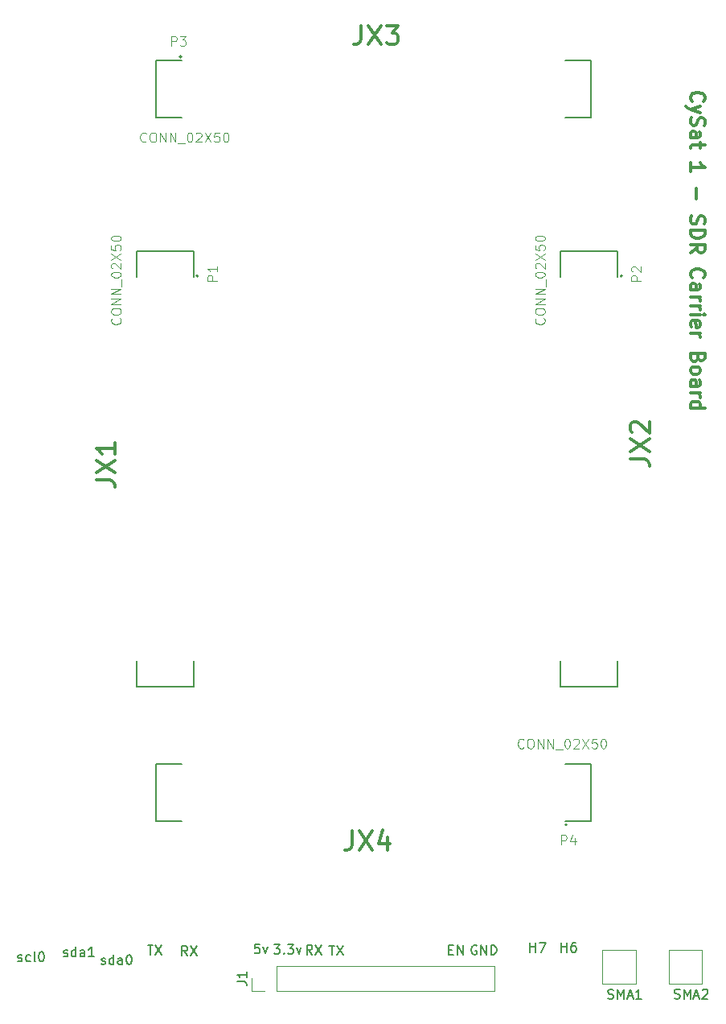
<source format=gbr>
%TF.GenerationSoftware,KiCad,Pcbnew,(5.1.4)-1*%
%TF.CreationDate,2019-12-13T12:22:18-06:00*%
%TF.ProjectId,payload_board,7061796c-6f61-4645-9f62-6f6172642e6b,rev?*%
%TF.SameCoordinates,Original*%
%TF.FileFunction,Legend,Top*%
%TF.FilePolarity,Positive*%
%FSLAX46Y46*%
G04 Gerber Fmt 4.6, Leading zero omitted, Abs format (unit mm)*
G04 Created by KiCad (PCBNEW (5.1.4)-1) date 2019-12-13 12:22:18*
%MOMM*%
%LPD*%
G04 APERTURE LIST*
%ADD10C,0.150000*%
%ADD11C,0.300000*%
%ADD12C,0.120000*%
%ADD13C,0.200000*%
%ADD14C,0.127000*%
%ADD15C,0.050000*%
G04 APERTURE END LIST*
D10*
X98628295Y-150731600D02*
X98533057Y-150683980D01*
X98390200Y-150683980D01*
X98247342Y-150731600D01*
X98152104Y-150826838D01*
X98104485Y-150922076D01*
X98056866Y-151112552D01*
X98056866Y-151255409D01*
X98104485Y-151445885D01*
X98152104Y-151541123D01*
X98247342Y-151636361D01*
X98390200Y-151683980D01*
X98485438Y-151683980D01*
X98628295Y-151636361D01*
X98675914Y-151588742D01*
X98675914Y-151255409D01*
X98485438Y-151255409D01*
X99104485Y-151683980D02*
X99104485Y-150683980D01*
X99675914Y-151683980D01*
X99675914Y-150683980D01*
X100152104Y-151683980D02*
X100152104Y-150683980D01*
X100390200Y-150683980D01*
X100533057Y-150731600D01*
X100628295Y-150826838D01*
X100675914Y-150922076D01*
X100723533Y-151112552D01*
X100723533Y-151255409D01*
X100675914Y-151445885D01*
X100628295Y-151541123D01*
X100533057Y-151636361D01*
X100390200Y-151683980D01*
X100152104Y-151683980D01*
X95705704Y-151160171D02*
X96039038Y-151160171D01*
X96181895Y-151683980D02*
X95705704Y-151683980D01*
X95705704Y-150683980D01*
X96181895Y-150683980D01*
X96610466Y-151683980D02*
X96610466Y-150683980D01*
X97181895Y-151683980D01*
X97181895Y-150683980D01*
X83083495Y-150734780D02*
X83654923Y-150734780D01*
X83369209Y-151734780D02*
X83369209Y-150734780D01*
X83893019Y-150734780D02*
X84559685Y-151734780D01*
X84559685Y-150734780D02*
X83893019Y-151734780D01*
X81316533Y-151658580D02*
X80983200Y-151182390D01*
X80745104Y-151658580D02*
X80745104Y-150658580D01*
X81126057Y-150658580D01*
X81221295Y-150706200D01*
X81268914Y-150753819D01*
X81316533Y-150849057D01*
X81316533Y-150991914D01*
X81268914Y-151087152D01*
X81221295Y-151134771D01*
X81126057Y-151182390D01*
X80745104Y-151182390D01*
X81649866Y-150658580D02*
X82316533Y-151658580D01*
X82316533Y-150658580D02*
X81649866Y-151658580D01*
X77286028Y-150607780D02*
X77905076Y-150607780D01*
X77571742Y-150988733D01*
X77714600Y-150988733D01*
X77809838Y-151036352D01*
X77857457Y-151083971D01*
X77905076Y-151179209D01*
X77905076Y-151417304D01*
X77857457Y-151512542D01*
X77809838Y-151560161D01*
X77714600Y-151607780D01*
X77428885Y-151607780D01*
X77333647Y-151560161D01*
X77286028Y-151512542D01*
X78333647Y-151512542D02*
X78381266Y-151560161D01*
X78333647Y-151607780D01*
X78286028Y-151560161D01*
X78333647Y-151512542D01*
X78333647Y-151607780D01*
X78714600Y-150607780D02*
X79333647Y-150607780D01*
X79000314Y-150988733D01*
X79143171Y-150988733D01*
X79238409Y-151036352D01*
X79286028Y-151083971D01*
X79333647Y-151179209D01*
X79333647Y-151417304D01*
X79286028Y-151512542D01*
X79238409Y-151560161D01*
X79143171Y-151607780D01*
X78857457Y-151607780D01*
X78762219Y-151560161D01*
X78714600Y-151512542D01*
X79666980Y-150941114D02*
X79905076Y-151607780D01*
X80143171Y-150941114D01*
X75777742Y-150556980D02*
X75301552Y-150556980D01*
X75253933Y-151033171D01*
X75301552Y-150985552D01*
X75396790Y-150937933D01*
X75634885Y-150937933D01*
X75730123Y-150985552D01*
X75777742Y-151033171D01*
X75825361Y-151128409D01*
X75825361Y-151366504D01*
X75777742Y-151461742D01*
X75730123Y-151509361D01*
X75634885Y-151556980D01*
X75396790Y-151556980D01*
X75301552Y-151509361D01*
X75253933Y-151461742D01*
X76158695Y-150890314D02*
X76396790Y-151556980D01*
X76634885Y-150890314D01*
D11*
X121294285Y-61925714D02*
X121222857Y-61854285D01*
X121151428Y-61640000D01*
X121151428Y-61497142D01*
X121222857Y-61282857D01*
X121365714Y-61140000D01*
X121508571Y-61068571D01*
X121794285Y-60997142D01*
X122008571Y-60997142D01*
X122294285Y-61068571D01*
X122437142Y-61140000D01*
X122580000Y-61282857D01*
X122651428Y-61497142D01*
X122651428Y-61640000D01*
X122580000Y-61854285D01*
X122508571Y-61925714D01*
X122151428Y-62425714D02*
X121151428Y-62782857D01*
X122151428Y-63140000D02*
X121151428Y-62782857D01*
X120794285Y-62640000D01*
X120722857Y-62568571D01*
X120651428Y-62425714D01*
X121222857Y-63640000D02*
X121151428Y-63854285D01*
X121151428Y-64211428D01*
X121222857Y-64354285D01*
X121294285Y-64425714D01*
X121437142Y-64497142D01*
X121580000Y-64497142D01*
X121722857Y-64425714D01*
X121794285Y-64354285D01*
X121865714Y-64211428D01*
X121937142Y-63925714D01*
X122008571Y-63782857D01*
X122080000Y-63711428D01*
X122222857Y-63640000D01*
X122365714Y-63640000D01*
X122508571Y-63711428D01*
X122580000Y-63782857D01*
X122651428Y-63925714D01*
X122651428Y-64282857D01*
X122580000Y-64497142D01*
X121151428Y-65782857D02*
X121937142Y-65782857D01*
X122080000Y-65711428D01*
X122151428Y-65568571D01*
X122151428Y-65282857D01*
X122080000Y-65140000D01*
X121222857Y-65782857D02*
X121151428Y-65640000D01*
X121151428Y-65282857D01*
X121222857Y-65140000D01*
X121365714Y-65068571D01*
X121508571Y-65068571D01*
X121651428Y-65140000D01*
X121722857Y-65282857D01*
X121722857Y-65640000D01*
X121794285Y-65782857D01*
X122151428Y-66282857D02*
X122151428Y-66854285D01*
X122651428Y-66497142D02*
X121365714Y-66497142D01*
X121222857Y-66568571D01*
X121151428Y-66711428D01*
X121151428Y-66854285D01*
X121151428Y-69282857D02*
X121151428Y-68425714D01*
X121151428Y-68854285D02*
X122651428Y-68854285D01*
X122437142Y-68711428D01*
X122294285Y-68568571D01*
X122222857Y-68425714D01*
X121722857Y-71068571D02*
X121722857Y-72211428D01*
X121222857Y-73997142D02*
X121151428Y-74211428D01*
X121151428Y-74568571D01*
X121222857Y-74711428D01*
X121294285Y-74782857D01*
X121437142Y-74854285D01*
X121580000Y-74854285D01*
X121722857Y-74782857D01*
X121794285Y-74711428D01*
X121865714Y-74568571D01*
X121937142Y-74282857D01*
X122008571Y-74140000D01*
X122080000Y-74068571D01*
X122222857Y-73997142D01*
X122365714Y-73997142D01*
X122508571Y-74068571D01*
X122580000Y-74140000D01*
X122651428Y-74282857D01*
X122651428Y-74640000D01*
X122580000Y-74854285D01*
X121151428Y-75497142D02*
X122651428Y-75497142D01*
X122651428Y-75854285D01*
X122580000Y-76068571D01*
X122437142Y-76211428D01*
X122294285Y-76282857D01*
X122008571Y-76354285D01*
X121794285Y-76354285D01*
X121508571Y-76282857D01*
X121365714Y-76211428D01*
X121222857Y-76068571D01*
X121151428Y-75854285D01*
X121151428Y-75497142D01*
X121151428Y-77854285D02*
X121865714Y-77354285D01*
X121151428Y-76997142D02*
X122651428Y-76997142D01*
X122651428Y-77568571D01*
X122580000Y-77711428D01*
X122508571Y-77782857D01*
X122365714Y-77854285D01*
X122151428Y-77854285D01*
X122008571Y-77782857D01*
X121937142Y-77711428D01*
X121865714Y-77568571D01*
X121865714Y-76997142D01*
X121294285Y-80497142D02*
X121222857Y-80425714D01*
X121151428Y-80211428D01*
X121151428Y-80068571D01*
X121222857Y-79854285D01*
X121365714Y-79711428D01*
X121508571Y-79640000D01*
X121794285Y-79568571D01*
X122008571Y-79568571D01*
X122294285Y-79640000D01*
X122437142Y-79711428D01*
X122580000Y-79854285D01*
X122651428Y-80068571D01*
X122651428Y-80211428D01*
X122580000Y-80425714D01*
X122508571Y-80497142D01*
X121151428Y-81782857D02*
X121937142Y-81782857D01*
X122080000Y-81711428D01*
X122151428Y-81568571D01*
X122151428Y-81282857D01*
X122080000Y-81140000D01*
X121222857Y-81782857D02*
X121151428Y-81640000D01*
X121151428Y-81282857D01*
X121222857Y-81140000D01*
X121365714Y-81068571D01*
X121508571Y-81068571D01*
X121651428Y-81140000D01*
X121722857Y-81282857D01*
X121722857Y-81640000D01*
X121794285Y-81782857D01*
X121151428Y-82497142D02*
X122151428Y-82497142D01*
X121865714Y-82497142D02*
X122008571Y-82568571D01*
X122080000Y-82640000D01*
X122151428Y-82782857D01*
X122151428Y-82925714D01*
X121151428Y-83425714D02*
X122151428Y-83425714D01*
X121865714Y-83425714D02*
X122008571Y-83497142D01*
X122080000Y-83568571D01*
X122151428Y-83711428D01*
X122151428Y-83854285D01*
X121151428Y-84354285D02*
X122151428Y-84354285D01*
X122651428Y-84354285D02*
X122580000Y-84282857D01*
X122508571Y-84354285D01*
X122580000Y-84425714D01*
X122651428Y-84354285D01*
X122508571Y-84354285D01*
X121222857Y-85640000D02*
X121151428Y-85497142D01*
X121151428Y-85211428D01*
X121222857Y-85068571D01*
X121365714Y-84997142D01*
X121937142Y-84997142D01*
X122080000Y-85068571D01*
X122151428Y-85211428D01*
X122151428Y-85497142D01*
X122080000Y-85640000D01*
X121937142Y-85711428D01*
X121794285Y-85711428D01*
X121651428Y-84997142D01*
X121151428Y-86354285D02*
X122151428Y-86354285D01*
X121865714Y-86354285D02*
X122008571Y-86425714D01*
X122080000Y-86497142D01*
X122151428Y-86640000D01*
X122151428Y-86782857D01*
X121937142Y-88925714D02*
X121865714Y-89140000D01*
X121794285Y-89211428D01*
X121651428Y-89282857D01*
X121437142Y-89282857D01*
X121294285Y-89211428D01*
X121222857Y-89140000D01*
X121151428Y-88997142D01*
X121151428Y-88425714D01*
X122651428Y-88425714D01*
X122651428Y-88925714D01*
X122580000Y-89068571D01*
X122508571Y-89140000D01*
X122365714Y-89211428D01*
X122222857Y-89211428D01*
X122080000Y-89140000D01*
X122008571Y-89068571D01*
X121937142Y-88925714D01*
X121937142Y-88425714D01*
X121151428Y-90140000D02*
X121222857Y-89997142D01*
X121294285Y-89925714D01*
X121437142Y-89854285D01*
X121865714Y-89854285D01*
X122008571Y-89925714D01*
X122080000Y-89997142D01*
X122151428Y-90140000D01*
X122151428Y-90354285D01*
X122080000Y-90497142D01*
X122008571Y-90568571D01*
X121865714Y-90640000D01*
X121437142Y-90640000D01*
X121294285Y-90568571D01*
X121222857Y-90497142D01*
X121151428Y-90354285D01*
X121151428Y-90140000D01*
X121151428Y-91925714D02*
X121937142Y-91925714D01*
X122080000Y-91854285D01*
X122151428Y-91711428D01*
X122151428Y-91425714D01*
X122080000Y-91282857D01*
X121222857Y-91925714D02*
X121151428Y-91782857D01*
X121151428Y-91425714D01*
X121222857Y-91282857D01*
X121365714Y-91211428D01*
X121508571Y-91211428D01*
X121651428Y-91282857D01*
X121722857Y-91425714D01*
X121722857Y-91782857D01*
X121794285Y-91925714D01*
X121151428Y-92640000D02*
X122151428Y-92640000D01*
X121865714Y-92640000D02*
X122008571Y-92711428D01*
X122080000Y-92782857D01*
X122151428Y-92925714D01*
X122151428Y-93068571D01*
X121151428Y-94211428D02*
X122651428Y-94211428D01*
X121222857Y-94211428D02*
X121151428Y-94068571D01*
X121151428Y-93782857D01*
X121222857Y-93640000D01*
X121294285Y-93568571D01*
X121437142Y-93497142D01*
X121865714Y-93497142D01*
X122008571Y-93568571D01*
X122080000Y-93640000D01*
X122151428Y-93782857D01*
X122151428Y-94068571D01*
X122080000Y-94211428D01*
X86480952Y-53954761D02*
X86480952Y-55383333D01*
X86385714Y-55669047D01*
X86195238Y-55859523D01*
X85909523Y-55954761D01*
X85719047Y-55954761D01*
X87242857Y-53954761D02*
X88576190Y-55954761D01*
X88576190Y-53954761D02*
X87242857Y-55954761D01*
X89147619Y-53954761D02*
X90385714Y-53954761D01*
X89719047Y-54716666D01*
X90004761Y-54716666D01*
X90195238Y-54811904D01*
X90290476Y-54907142D01*
X90385714Y-55097619D01*
X90385714Y-55573809D01*
X90290476Y-55764285D01*
X90195238Y-55859523D01*
X90004761Y-55954761D01*
X89433333Y-55954761D01*
X89242857Y-55859523D01*
X89147619Y-55764285D01*
X85540952Y-138684761D02*
X85540952Y-140113333D01*
X85445714Y-140399047D01*
X85255238Y-140589523D01*
X84969523Y-140684761D01*
X84779047Y-140684761D01*
X86302857Y-138684761D02*
X87636190Y-140684761D01*
X87636190Y-138684761D02*
X86302857Y-140684761D01*
X89255238Y-139351428D02*
X89255238Y-140684761D01*
X88779047Y-138589523D02*
X88302857Y-140018095D01*
X89540952Y-140018095D01*
X114814761Y-99539047D02*
X116243333Y-99539047D01*
X116529047Y-99634285D01*
X116719523Y-99824761D01*
X116814761Y-100110476D01*
X116814761Y-100300952D01*
X114814761Y-98777142D02*
X116814761Y-97443809D01*
X114814761Y-97443809D02*
X116814761Y-98777142D01*
X115005238Y-96777142D02*
X114910000Y-96681904D01*
X114814761Y-96491428D01*
X114814761Y-96015238D01*
X114910000Y-95824761D01*
X115005238Y-95729523D01*
X115195714Y-95634285D01*
X115386190Y-95634285D01*
X115671904Y-95729523D01*
X116814761Y-96872380D01*
X116814761Y-95634285D01*
X58584761Y-101779047D02*
X60013333Y-101779047D01*
X60299047Y-101874285D01*
X60489523Y-102064761D01*
X60584761Y-102350476D01*
X60584761Y-102540952D01*
X58584761Y-101017142D02*
X60584761Y-99683809D01*
X58584761Y-99683809D02*
X60584761Y-101017142D01*
X60584761Y-97874285D02*
X60584761Y-99017142D01*
X60584761Y-98445714D02*
X58584761Y-98445714D01*
X58870476Y-98636190D01*
X59060952Y-98826666D01*
X59156190Y-99017142D01*
D12*
X118869600Y-151203800D02*
X122379600Y-151203800D01*
X118869600Y-154713800D02*
X122379600Y-154713800D01*
X122379600Y-151203800D02*
X122379600Y-154713800D01*
X118869600Y-151203800D02*
X118869600Y-154713800D01*
X111859200Y-151229200D02*
X115369200Y-151229200D01*
X111859200Y-154739200D02*
X115369200Y-154739200D01*
X115369200Y-151229200D02*
X115369200Y-154739200D01*
X111859200Y-151229200D02*
X111859200Y-154739200D01*
D13*
X108145000Y-138045000D02*
G75*
G03X108145000Y-138045000I-100000J0D01*
G01*
D14*
X64845000Y-131645000D02*
X67545000Y-131645000D01*
X64845000Y-137645000D02*
X64845000Y-131645000D01*
X67545000Y-137645000D02*
X64845000Y-137645000D01*
X110645000Y-131645000D02*
X107945000Y-131645000D01*
X110645000Y-137645000D02*
X110645000Y-131645000D01*
X110645000Y-137645000D02*
X107945000Y-137645000D01*
D13*
X67545000Y-57255000D02*
G75*
G03X67545000Y-57255000I-100000J0D01*
G01*
D14*
X110645000Y-63655000D02*
X107945000Y-63655000D01*
X110645000Y-57655000D02*
X110645000Y-63655000D01*
X107945000Y-57655000D02*
X110645000Y-57655000D01*
X64845000Y-63655000D02*
X67545000Y-63655000D01*
X64845000Y-57655000D02*
X64845000Y-63655000D01*
X64845000Y-57655000D02*
X67545000Y-57655000D01*
D13*
X113965000Y-80295000D02*
G75*
G03X113965000Y-80295000I-100000J0D01*
G01*
D14*
X107465000Y-123495000D02*
X107465000Y-120795000D01*
X113465000Y-123495000D02*
X107465000Y-123495000D01*
X113465000Y-120795000D02*
X113465000Y-123495000D01*
X107465000Y-77695000D02*
X107465000Y-80395000D01*
X113465000Y-77695000D02*
X107465000Y-77695000D01*
X113465000Y-77695000D02*
X113465000Y-80395000D01*
D13*
X69315000Y-80295000D02*
G75*
G03X69315000Y-80295000I-100000J0D01*
G01*
D14*
X62815000Y-123495000D02*
X62815000Y-120795000D01*
X68815000Y-123495000D02*
X62815000Y-123495000D01*
X68815000Y-120795000D02*
X68815000Y-123495000D01*
X62815000Y-77695000D02*
X62815000Y-80395000D01*
X68815000Y-77695000D02*
X62815000Y-77695000D01*
X68815000Y-77695000D02*
X68815000Y-80395000D01*
D12*
X74971600Y-155508000D02*
X74971600Y-154178000D01*
X76301600Y-155508000D02*
X74971600Y-155508000D01*
X77571600Y-155508000D02*
X77571600Y-152848000D01*
X77571600Y-152848000D02*
X100491600Y-152848000D01*
X77571600Y-155508000D02*
X100491600Y-155508000D01*
X100491600Y-155508000D02*
X100491600Y-152848000D01*
D10*
X119462695Y-156263561D02*
X119605552Y-156311180D01*
X119843647Y-156311180D01*
X119938885Y-156263561D01*
X119986504Y-156215942D01*
X120034123Y-156120704D01*
X120034123Y-156025466D01*
X119986504Y-155930228D01*
X119938885Y-155882609D01*
X119843647Y-155834990D01*
X119653171Y-155787371D01*
X119557933Y-155739752D01*
X119510314Y-155692133D01*
X119462695Y-155596895D01*
X119462695Y-155501657D01*
X119510314Y-155406419D01*
X119557933Y-155358800D01*
X119653171Y-155311180D01*
X119891266Y-155311180D01*
X120034123Y-155358800D01*
X120462695Y-156311180D02*
X120462695Y-155311180D01*
X120796028Y-156025466D01*
X121129361Y-155311180D01*
X121129361Y-156311180D01*
X121557933Y-156025466D02*
X122034123Y-156025466D01*
X121462695Y-156311180D02*
X121796028Y-155311180D01*
X122129361Y-156311180D01*
X122415076Y-155406419D02*
X122462695Y-155358800D01*
X122557933Y-155311180D01*
X122796028Y-155311180D01*
X122891266Y-155358800D01*
X122938885Y-155406419D01*
X122986504Y-155501657D01*
X122986504Y-155596895D01*
X122938885Y-155739752D01*
X122367457Y-156311180D01*
X122986504Y-156311180D01*
X112452295Y-156288961D02*
X112595152Y-156336580D01*
X112833247Y-156336580D01*
X112928485Y-156288961D01*
X112976104Y-156241342D01*
X113023723Y-156146104D01*
X113023723Y-156050866D01*
X112976104Y-155955628D01*
X112928485Y-155908009D01*
X112833247Y-155860390D01*
X112642771Y-155812771D01*
X112547533Y-155765152D01*
X112499914Y-155717533D01*
X112452295Y-155622295D01*
X112452295Y-155527057D01*
X112499914Y-155431819D01*
X112547533Y-155384200D01*
X112642771Y-155336580D01*
X112880866Y-155336580D01*
X113023723Y-155384200D01*
X113452295Y-156336580D02*
X113452295Y-155336580D01*
X113785628Y-156050866D01*
X114118961Y-155336580D01*
X114118961Y-156336580D01*
X114547533Y-156050866D02*
X115023723Y-156050866D01*
X114452295Y-156336580D02*
X114785628Y-155336580D01*
X115118961Y-156336580D01*
X115976104Y-156336580D02*
X115404676Y-156336580D01*
X115690390Y-156336580D02*
X115690390Y-155336580D01*
X115595152Y-155479438D01*
X115499914Y-155574676D01*
X115404676Y-155622295D01*
X104267095Y-151404980D02*
X104267095Y-150404980D01*
X104267095Y-150881171D02*
X104838523Y-150881171D01*
X104838523Y-151404980D02*
X104838523Y-150404980D01*
X105219476Y-150404980D02*
X105886142Y-150404980D01*
X105457571Y-151404980D01*
X107569095Y-151404980D02*
X107569095Y-150404980D01*
X107569095Y-150881171D02*
X108140523Y-150881171D01*
X108140523Y-151404980D02*
X108140523Y-150404980D01*
X109045285Y-150404980D02*
X108854809Y-150404980D01*
X108759571Y-150452600D01*
X108711952Y-150500219D01*
X108616714Y-150643076D01*
X108569095Y-150833552D01*
X108569095Y-151214504D01*
X108616714Y-151309742D01*
X108664333Y-151357361D01*
X108759571Y-151404980D01*
X108950047Y-151404980D01*
X109045285Y-151357361D01*
X109092904Y-151309742D01*
X109140523Y-151214504D01*
X109140523Y-150976409D01*
X109092904Y-150881171D01*
X109045285Y-150833552D01*
X108950047Y-150785933D01*
X108759571Y-150785933D01*
X108664333Y-150833552D01*
X108616714Y-150881171D01*
X108569095Y-150976409D01*
X55148361Y-151839561D02*
X55243600Y-151887180D01*
X55434076Y-151887180D01*
X55529314Y-151839561D01*
X55576933Y-151744323D01*
X55576933Y-151696704D01*
X55529314Y-151601466D01*
X55434076Y-151553847D01*
X55291219Y-151553847D01*
X55195980Y-151506228D01*
X55148361Y-151410990D01*
X55148361Y-151363371D01*
X55195980Y-151268133D01*
X55291219Y-151220514D01*
X55434076Y-151220514D01*
X55529314Y-151268133D01*
X56434076Y-151887180D02*
X56434076Y-150887180D01*
X56434076Y-151839561D02*
X56338838Y-151887180D01*
X56148361Y-151887180D01*
X56053123Y-151839561D01*
X56005504Y-151791942D01*
X55957885Y-151696704D01*
X55957885Y-151410990D01*
X56005504Y-151315752D01*
X56053123Y-151268133D01*
X56148361Y-151220514D01*
X56338838Y-151220514D01*
X56434076Y-151268133D01*
X57338838Y-151887180D02*
X57338838Y-151363371D01*
X57291219Y-151268133D01*
X57195980Y-151220514D01*
X57005504Y-151220514D01*
X56910266Y-151268133D01*
X57338838Y-151839561D02*
X57243600Y-151887180D01*
X57005504Y-151887180D01*
X56910266Y-151839561D01*
X56862647Y-151744323D01*
X56862647Y-151649085D01*
X56910266Y-151553847D01*
X57005504Y-151506228D01*
X57243600Y-151506228D01*
X57338838Y-151458609D01*
X58338838Y-151887180D02*
X57767409Y-151887180D01*
X58053123Y-151887180D02*
X58053123Y-150887180D01*
X57957885Y-151030038D01*
X57862647Y-151125276D01*
X57767409Y-151172895D01*
X50333447Y-152347561D02*
X50428685Y-152395180D01*
X50619161Y-152395180D01*
X50714400Y-152347561D01*
X50762019Y-152252323D01*
X50762019Y-152204704D01*
X50714400Y-152109466D01*
X50619161Y-152061847D01*
X50476304Y-152061847D01*
X50381066Y-152014228D01*
X50333447Y-151918990D01*
X50333447Y-151871371D01*
X50381066Y-151776133D01*
X50476304Y-151728514D01*
X50619161Y-151728514D01*
X50714400Y-151776133D01*
X51619161Y-152347561D02*
X51523923Y-152395180D01*
X51333447Y-152395180D01*
X51238209Y-152347561D01*
X51190590Y-152299942D01*
X51142971Y-152204704D01*
X51142971Y-151918990D01*
X51190590Y-151823752D01*
X51238209Y-151776133D01*
X51333447Y-151728514D01*
X51523923Y-151728514D01*
X51619161Y-151776133D01*
X52190590Y-152395180D02*
X52095352Y-152347561D01*
X52047733Y-152252323D01*
X52047733Y-151395180D01*
X52762019Y-151395180D02*
X52857257Y-151395180D01*
X52952495Y-151442800D01*
X53000114Y-151490419D01*
X53047733Y-151585657D01*
X53095352Y-151776133D01*
X53095352Y-152014228D01*
X53047733Y-152204704D01*
X53000114Y-152299942D01*
X52952495Y-152347561D01*
X52857257Y-152395180D01*
X52762019Y-152395180D01*
X52666780Y-152347561D01*
X52619161Y-152299942D01*
X52571542Y-152204704D01*
X52523923Y-152014228D01*
X52523923Y-151776133D01*
X52571542Y-151585657D01*
X52619161Y-151490419D01*
X52666780Y-151442800D01*
X52762019Y-151395180D01*
X59110761Y-152652361D02*
X59206000Y-152699980D01*
X59396476Y-152699980D01*
X59491714Y-152652361D01*
X59539333Y-152557123D01*
X59539333Y-152509504D01*
X59491714Y-152414266D01*
X59396476Y-152366647D01*
X59253619Y-152366647D01*
X59158380Y-152319028D01*
X59110761Y-152223790D01*
X59110761Y-152176171D01*
X59158380Y-152080933D01*
X59253619Y-152033314D01*
X59396476Y-152033314D01*
X59491714Y-152080933D01*
X60396476Y-152699980D02*
X60396476Y-151699980D01*
X60396476Y-152652361D02*
X60301238Y-152699980D01*
X60110761Y-152699980D01*
X60015523Y-152652361D01*
X59967904Y-152604742D01*
X59920285Y-152509504D01*
X59920285Y-152223790D01*
X59967904Y-152128552D01*
X60015523Y-152080933D01*
X60110761Y-152033314D01*
X60301238Y-152033314D01*
X60396476Y-152080933D01*
X61301238Y-152699980D02*
X61301238Y-152176171D01*
X61253619Y-152080933D01*
X61158380Y-152033314D01*
X60967904Y-152033314D01*
X60872666Y-152080933D01*
X61301238Y-152652361D02*
X61206000Y-152699980D01*
X60967904Y-152699980D01*
X60872666Y-152652361D01*
X60825047Y-152557123D01*
X60825047Y-152461885D01*
X60872666Y-152366647D01*
X60967904Y-152319028D01*
X61206000Y-152319028D01*
X61301238Y-152271409D01*
X61967904Y-151699980D02*
X62063142Y-151699980D01*
X62158380Y-151747600D01*
X62206000Y-151795219D01*
X62253619Y-151890457D01*
X62301238Y-152080933D01*
X62301238Y-152319028D01*
X62253619Y-152509504D01*
X62206000Y-152604742D01*
X62158380Y-152652361D01*
X62063142Y-152699980D01*
X61967904Y-152699980D01*
X61872666Y-152652361D01*
X61825047Y-152604742D01*
X61777428Y-152509504D01*
X61729809Y-152319028D01*
X61729809Y-152080933D01*
X61777428Y-151890457D01*
X61825047Y-151795219D01*
X61872666Y-151747600D01*
X61967904Y-151699980D01*
X63982695Y-150709780D02*
X64554123Y-150709780D01*
X64268409Y-151709780D02*
X64268409Y-150709780D01*
X64792219Y-150709780D02*
X65458885Y-151709780D01*
X65458885Y-150709780D02*
X64792219Y-151709780D01*
X68184733Y-151785980D02*
X67851400Y-151309790D01*
X67613304Y-151785980D02*
X67613304Y-150785980D01*
X67994257Y-150785980D01*
X68089495Y-150833600D01*
X68137114Y-150881219D01*
X68184733Y-150976457D01*
X68184733Y-151119314D01*
X68137114Y-151214552D01*
X68089495Y-151262171D01*
X67994257Y-151309790D01*
X67613304Y-151309790D01*
X68518066Y-150785980D02*
X69184733Y-151785980D01*
X69184733Y-150785980D02*
X68518066Y-151785980D01*
D15*
X107537084Y-140118036D02*
X107537084Y-139114486D01*
X107919389Y-139114486D01*
X108014965Y-139162275D01*
X108062753Y-139210063D01*
X108110541Y-139305639D01*
X108110541Y-139449003D01*
X108062753Y-139544579D01*
X108014965Y-139592367D01*
X107919389Y-139640155D01*
X107537084Y-139640155D01*
X108970727Y-139449003D02*
X108970727Y-140118036D01*
X108731786Y-139066698D02*
X108492846Y-139783520D01*
X109114091Y-139783520D01*
X103588726Y-129893597D02*
X103540978Y-129941344D01*
X103397735Y-129989092D01*
X103302240Y-129989092D01*
X103158997Y-129941344D01*
X103063502Y-129845849D01*
X103015754Y-129750354D01*
X102968007Y-129559363D01*
X102968007Y-129416120D01*
X103015754Y-129225130D01*
X103063502Y-129129635D01*
X103158997Y-129034140D01*
X103302240Y-128986392D01*
X103397735Y-128986392D01*
X103540978Y-129034140D01*
X103588726Y-129081887D01*
X104209445Y-128986392D02*
X104400435Y-128986392D01*
X104495930Y-129034140D01*
X104591426Y-129129635D01*
X104639173Y-129320625D01*
X104639173Y-129654859D01*
X104591426Y-129845849D01*
X104495930Y-129941344D01*
X104400435Y-129989092D01*
X104209445Y-129989092D01*
X104113950Y-129941344D01*
X104018454Y-129845849D01*
X103970707Y-129654859D01*
X103970707Y-129320625D01*
X104018454Y-129129635D01*
X104113950Y-129034140D01*
X104209445Y-128986392D01*
X105068902Y-129989092D02*
X105068902Y-128986392D01*
X105641873Y-129989092D01*
X105641873Y-128986392D01*
X106119350Y-129989092D02*
X106119350Y-128986392D01*
X106692321Y-129989092D01*
X106692321Y-128986392D01*
X106931059Y-130084587D02*
X107695021Y-130084587D01*
X108124750Y-128986392D02*
X108220245Y-128986392D01*
X108315740Y-129034140D01*
X108363488Y-129081887D01*
X108411235Y-129177382D01*
X108458983Y-129368373D01*
X108458983Y-129607111D01*
X108411235Y-129798101D01*
X108363488Y-129893597D01*
X108315740Y-129941344D01*
X108220245Y-129989092D01*
X108124750Y-129989092D01*
X108029254Y-129941344D01*
X107981507Y-129893597D01*
X107933759Y-129798101D01*
X107886011Y-129607111D01*
X107886011Y-129368373D01*
X107933759Y-129177382D01*
X107981507Y-129081887D01*
X108029254Y-129034140D01*
X108124750Y-128986392D01*
X108840964Y-129081887D02*
X108888711Y-129034140D01*
X108984207Y-128986392D01*
X109222945Y-128986392D01*
X109318440Y-129034140D01*
X109366188Y-129081887D01*
X109413935Y-129177382D01*
X109413935Y-129272878D01*
X109366188Y-129416120D01*
X108793216Y-129989092D01*
X109413935Y-129989092D01*
X109748169Y-128986392D02*
X110416635Y-129989092D01*
X110416635Y-128986392D02*
X109748169Y-129989092D01*
X111276092Y-128986392D02*
X110798616Y-128986392D01*
X110750869Y-129463868D01*
X110798616Y-129416120D01*
X110894111Y-129368373D01*
X111132850Y-129368373D01*
X111228345Y-129416120D01*
X111276092Y-129463868D01*
X111323840Y-129559363D01*
X111323840Y-129798101D01*
X111276092Y-129893597D01*
X111228345Y-129941344D01*
X111132850Y-129989092D01*
X110894111Y-129989092D01*
X110798616Y-129941344D01*
X110750869Y-129893597D01*
X111944559Y-128986392D02*
X112040054Y-128986392D01*
X112135550Y-129034140D01*
X112183297Y-129081887D01*
X112231045Y-129177382D01*
X112278792Y-129368373D01*
X112278792Y-129607111D01*
X112231045Y-129798101D01*
X112183297Y-129893597D01*
X112135550Y-129941344D01*
X112040054Y-129989092D01*
X111944559Y-129989092D01*
X111849064Y-129941344D01*
X111801316Y-129893597D01*
X111753569Y-129798101D01*
X111705821Y-129607111D01*
X111705821Y-129368373D01*
X111753569Y-129177382D01*
X111801316Y-129081887D01*
X111849064Y-129034140D01*
X111944559Y-128986392D01*
X66471484Y-56089936D02*
X66471484Y-55086386D01*
X66853789Y-55086386D01*
X66949365Y-55134175D01*
X66997153Y-55181963D01*
X67044941Y-55277539D01*
X67044941Y-55420903D01*
X66997153Y-55516479D01*
X66949365Y-55564267D01*
X66853789Y-55612055D01*
X66471484Y-55612055D01*
X67379458Y-55086386D02*
X68000703Y-55086386D01*
X67666186Y-55468691D01*
X67809551Y-55468691D01*
X67905127Y-55516479D01*
X67952915Y-55564267D01*
X68000703Y-55659844D01*
X68000703Y-55898784D01*
X67952915Y-55994360D01*
X67905127Y-56042148D01*
X67809551Y-56089936D01*
X67522822Y-56089936D01*
X67427246Y-56042148D01*
X67379458Y-55994360D01*
X63831926Y-66122617D02*
X63784178Y-66170364D01*
X63640935Y-66218112D01*
X63545440Y-66218112D01*
X63402197Y-66170364D01*
X63306702Y-66074869D01*
X63258954Y-65979374D01*
X63211207Y-65788383D01*
X63211207Y-65645140D01*
X63258954Y-65454150D01*
X63306702Y-65358655D01*
X63402197Y-65263160D01*
X63545440Y-65215412D01*
X63640935Y-65215412D01*
X63784178Y-65263160D01*
X63831926Y-65310907D01*
X64452645Y-65215412D02*
X64643635Y-65215412D01*
X64739130Y-65263160D01*
X64834626Y-65358655D01*
X64882373Y-65549645D01*
X64882373Y-65883879D01*
X64834626Y-66074869D01*
X64739130Y-66170364D01*
X64643635Y-66218112D01*
X64452645Y-66218112D01*
X64357150Y-66170364D01*
X64261654Y-66074869D01*
X64213907Y-65883879D01*
X64213907Y-65549645D01*
X64261654Y-65358655D01*
X64357150Y-65263160D01*
X64452645Y-65215412D01*
X65312102Y-66218112D02*
X65312102Y-65215412D01*
X65885073Y-66218112D01*
X65885073Y-65215412D01*
X66362550Y-66218112D02*
X66362550Y-65215412D01*
X66935521Y-66218112D01*
X66935521Y-65215412D01*
X67174259Y-66313607D02*
X67938221Y-66313607D01*
X68367950Y-65215412D02*
X68463445Y-65215412D01*
X68558940Y-65263160D01*
X68606688Y-65310907D01*
X68654435Y-65406402D01*
X68702183Y-65597393D01*
X68702183Y-65836131D01*
X68654435Y-66027121D01*
X68606688Y-66122617D01*
X68558940Y-66170364D01*
X68463445Y-66218112D01*
X68367950Y-66218112D01*
X68272454Y-66170364D01*
X68224707Y-66122617D01*
X68176959Y-66027121D01*
X68129211Y-65836131D01*
X68129211Y-65597393D01*
X68176959Y-65406402D01*
X68224707Y-65310907D01*
X68272454Y-65263160D01*
X68367950Y-65215412D01*
X69084164Y-65310907D02*
X69131911Y-65263160D01*
X69227407Y-65215412D01*
X69466145Y-65215412D01*
X69561640Y-65263160D01*
X69609388Y-65310907D01*
X69657135Y-65406402D01*
X69657135Y-65501898D01*
X69609388Y-65645140D01*
X69036416Y-66218112D01*
X69657135Y-66218112D01*
X69991369Y-65215412D02*
X70659835Y-66218112D01*
X70659835Y-65215412D02*
X69991369Y-66218112D01*
X71519292Y-65215412D02*
X71041816Y-65215412D01*
X70994069Y-65692888D01*
X71041816Y-65645140D01*
X71137311Y-65597393D01*
X71376050Y-65597393D01*
X71471545Y-65645140D01*
X71519292Y-65692888D01*
X71567040Y-65788383D01*
X71567040Y-66027121D01*
X71519292Y-66122617D01*
X71471545Y-66170364D01*
X71376050Y-66218112D01*
X71137311Y-66218112D01*
X71041816Y-66170364D01*
X70994069Y-66122617D01*
X72187759Y-65215412D02*
X72283254Y-65215412D01*
X72378750Y-65263160D01*
X72426497Y-65310907D01*
X72474245Y-65406402D01*
X72521992Y-65597393D01*
X72521992Y-65836131D01*
X72474245Y-66027121D01*
X72426497Y-66122617D01*
X72378750Y-66170364D01*
X72283254Y-66218112D01*
X72187759Y-66218112D01*
X72092264Y-66170364D01*
X72044516Y-66122617D01*
X71996769Y-66027121D01*
X71949021Y-65836131D01*
X71949021Y-65597393D01*
X71996769Y-65406402D01*
X72044516Y-65310907D01*
X72092264Y-65263160D01*
X72187759Y-65215412D01*
X115938036Y-80802915D02*
X114934486Y-80802915D01*
X114934486Y-80420610D01*
X114982275Y-80325034D01*
X115030063Y-80277246D01*
X115125639Y-80229458D01*
X115269003Y-80229458D01*
X115364579Y-80277246D01*
X115412367Y-80325034D01*
X115460155Y-80420610D01*
X115460155Y-80802915D01*
X115030063Y-79847153D02*
X114982275Y-79799365D01*
X114934486Y-79703789D01*
X114934486Y-79464848D01*
X114982275Y-79369272D01*
X115030063Y-79321484D01*
X115125639Y-79273696D01*
X115221215Y-79273696D01*
X115364579Y-79321484D01*
X115938036Y-79894941D01*
X115938036Y-79273696D01*
X105713597Y-84751273D02*
X105761344Y-84799021D01*
X105809092Y-84942264D01*
X105809092Y-85037759D01*
X105761344Y-85181002D01*
X105665849Y-85276497D01*
X105570354Y-85324245D01*
X105379363Y-85371992D01*
X105236120Y-85371992D01*
X105045130Y-85324245D01*
X104949635Y-85276497D01*
X104854140Y-85181002D01*
X104806392Y-85037759D01*
X104806392Y-84942264D01*
X104854140Y-84799021D01*
X104901887Y-84751273D01*
X104806392Y-84130554D02*
X104806392Y-83939564D01*
X104854140Y-83844069D01*
X104949635Y-83748573D01*
X105140625Y-83700826D01*
X105474859Y-83700826D01*
X105665849Y-83748573D01*
X105761344Y-83844069D01*
X105809092Y-83939564D01*
X105809092Y-84130554D01*
X105761344Y-84226050D01*
X105665849Y-84321545D01*
X105474859Y-84369292D01*
X105140625Y-84369292D01*
X104949635Y-84321545D01*
X104854140Y-84226050D01*
X104806392Y-84130554D01*
X105809092Y-83271097D02*
X104806392Y-83271097D01*
X105809092Y-82698126D01*
X104806392Y-82698126D01*
X105809092Y-82220650D02*
X104806392Y-82220650D01*
X105809092Y-81647678D01*
X104806392Y-81647678D01*
X105904587Y-81408940D02*
X105904587Y-80644978D01*
X104806392Y-80215250D02*
X104806392Y-80119754D01*
X104854140Y-80024259D01*
X104901887Y-79976511D01*
X104997382Y-79928764D01*
X105188373Y-79881016D01*
X105427111Y-79881016D01*
X105618101Y-79928764D01*
X105713597Y-79976511D01*
X105761344Y-80024259D01*
X105809092Y-80119754D01*
X105809092Y-80215250D01*
X105761344Y-80310745D01*
X105713597Y-80358492D01*
X105618101Y-80406240D01*
X105427111Y-80453988D01*
X105188373Y-80453988D01*
X104997382Y-80406240D01*
X104901887Y-80358492D01*
X104854140Y-80310745D01*
X104806392Y-80215250D01*
X104901887Y-79499035D02*
X104854140Y-79451288D01*
X104806392Y-79355792D01*
X104806392Y-79117054D01*
X104854140Y-79021559D01*
X104901887Y-78973811D01*
X104997382Y-78926064D01*
X105092878Y-78926064D01*
X105236120Y-78973811D01*
X105809092Y-79546783D01*
X105809092Y-78926064D01*
X104806392Y-78591830D02*
X105809092Y-77923364D01*
X104806392Y-77923364D02*
X105809092Y-78591830D01*
X104806392Y-77063907D02*
X104806392Y-77541383D01*
X105283868Y-77589130D01*
X105236120Y-77541383D01*
X105188373Y-77445888D01*
X105188373Y-77207150D01*
X105236120Y-77111654D01*
X105283868Y-77063907D01*
X105379363Y-77016159D01*
X105618101Y-77016159D01*
X105713597Y-77063907D01*
X105761344Y-77111654D01*
X105809092Y-77207150D01*
X105809092Y-77445888D01*
X105761344Y-77541383D01*
X105713597Y-77589130D01*
X104806392Y-76395440D02*
X104806392Y-76299945D01*
X104854140Y-76204450D01*
X104901887Y-76156702D01*
X104997382Y-76108954D01*
X105188373Y-76061207D01*
X105427111Y-76061207D01*
X105618101Y-76108954D01*
X105713597Y-76156702D01*
X105761344Y-76204450D01*
X105809092Y-76299945D01*
X105809092Y-76395440D01*
X105761344Y-76490935D01*
X105713597Y-76538683D01*
X105618101Y-76586430D01*
X105427111Y-76634178D01*
X105188373Y-76634178D01*
X104997382Y-76586430D01*
X104901887Y-76538683D01*
X104854140Y-76490935D01*
X104806392Y-76395440D01*
X71288036Y-80802915D02*
X70284486Y-80802915D01*
X70284486Y-80420610D01*
X70332275Y-80325034D01*
X70380063Y-80277246D01*
X70475639Y-80229458D01*
X70619003Y-80229458D01*
X70714579Y-80277246D01*
X70762367Y-80325034D01*
X70810155Y-80420610D01*
X70810155Y-80802915D01*
X71288036Y-79273696D02*
X71288036Y-79847153D01*
X71288036Y-79560425D02*
X70284486Y-79560425D01*
X70427851Y-79656001D01*
X70523427Y-79751577D01*
X70571215Y-79847153D01*
X61063597Y-84751273D02*
X61111344Y-84799021D01*
X61159092Y-84942264D01*
X61159092Y-85037759D01*
X61111344Y-85181002D01*
X61015849Y-85276497D01*
X60920354Y-85324245D01*
X60729363Y-85371992D01*
X60586120Y-85371992D01*
X60395130Y-85324245D01*
X60299635Y-85276497D01*
X60204140Y-85181002D01*
X60156392Y-85037759D01*
X60156392Y-84942264D01*
X60204140Y-84799021D01*
X60251887Y-84751273D01*
X60156392Y-84130554D02*
X60156392Y-83939564D01*
X60204140Y-83844069D01*
X60299635Y-83748573D01*
X60490625Y-83700826D01*
X60824859Y-83700826D01*
X61015849Y-83748573D01*
X61111344Y-83844069D01*
X61159092Y-83939564D01*
X61159092Y-84130554D01*
X61111344Y-84226050D01*
X61015849Y-84321545D01*
X60824859Y-84369292D01*
X60490625Y-84369292D01*
X60299635Y-84321545D01*
X60204140Y-84226050D01*
X60156392Y-84130554D01*
X61159092Y-83271097D02*
X60156392Y-83271097D01*
X61159092Y-82698126D01*
X60156392Y-82698126D01*
X61159092Y-82220650D02*
X60156392Y-82220650D01*
X61159092Y-81647678D01*
X60156392Y-81647678D01*
X61254587Y-81408940D02*
X61254587Y-80644978D01*
X60156392Y-80215250D02*
X60156392Y-80119754D01*
X60204140Y-80024259D01*
X60251887Y-79976511D01*
X60347382Y-79928764D01*
X60538373Y-79881016D01*
X60777111Y-79881016D01*
X60968101Y-79928764D01*
X61063597Y-79976511D01*
X61111344Y-80024259D01*
X61159092Y-80119754D01*
X61159092Y-80215250D01*
X61111344Y-80310745D01*
X61063597Y-80358492D01*
X60968101Y-80406240D01*
X60777111Y-80453988D01*
X60538373Y-80453988D01*
X60347382Y-80406240D01*
X60251887Y-80358492D01*
X60204140Y-80310745D01*
X60156392Y-80215250D01*
X60251887Y-79499035D02*
X60204140Y-79451288D01*
X60156392Y-79355792D01*
X60156392Y-79117054D01*
X60204140Y-79021559D01*
X60251887Y-78973811D01*
X60347382Y-78926064D01*
X60442878Y-78926064D01*
X60586120Y-78973811D01*
X61159092Y-79546783D01*
X61159092Y-78926064D01*
X60156392Y-78591830D02*
X61159092Y-77923364D01*
X60156392Y-77923364D02*
X61159092Y-78591830D01*
X60156392Y-77063907D02*
X60156392Y-77541383D01*
X60633868Y-77589130D01*
X60586120Y-77541383D01*
X60538373Y-77445888D01*
X60538373Y-77207150D01*
X60586120Y-77111654D01*
X60633868Y-77063907D01*
X60729363Y-77016159D01*
X60968101Y-77016159D01*
X61063597Y-77063907D01*
X61111344Y-77111654D01*
X61159092Y-77207150D01*
X61159092Y-77445888D01*
X61111344Y-77541383D01*
X61063597Y-77589130D01*
X60156392Y-76395440D02*
X60156392Y-76299945D01*
X60204140Y-76204450D01*
X60251887Y-76156702D01*
X60347382Y-76108954D01*
X60538373Y-76061207D01*
X60777111Y-76061207D01*
X60968101Y-76108954D01*
X61063597Y-76156702D01*
X61111344Y-76204450D01*
X61159092Y-76299945D01*
X61159092Y-76395440D01*
X61111344Y-76490935D01*
X61063597Y-76538683D01*
X60968101Y-76586430D01*
X60777111Y-76634178D01*
X60538373Y-76634178D01*
X60347382Y-76586430D01*
X60251887Y-76538683D01*
X60204140Y-76490935D01*
X60156392Y-76395440D01*
D10*
X73423980Y-154511333D02*
X74138266Y-154511333D01*
X74281123Y-154558952D01*
X74376361Y-154654190D01*
X74423980Y-154797047D01*
X74423980Y-154892285D01*
X74423980Y-153511333D02*
X74423980Y-154082761D01*
X74423980Y-153797047D02*
X73423980Y-153797047D01*
X73566838Y-153892285D01*
X73662076Y-153987523D01*
X73709695Y-154082761D01*
M02*

</source>
